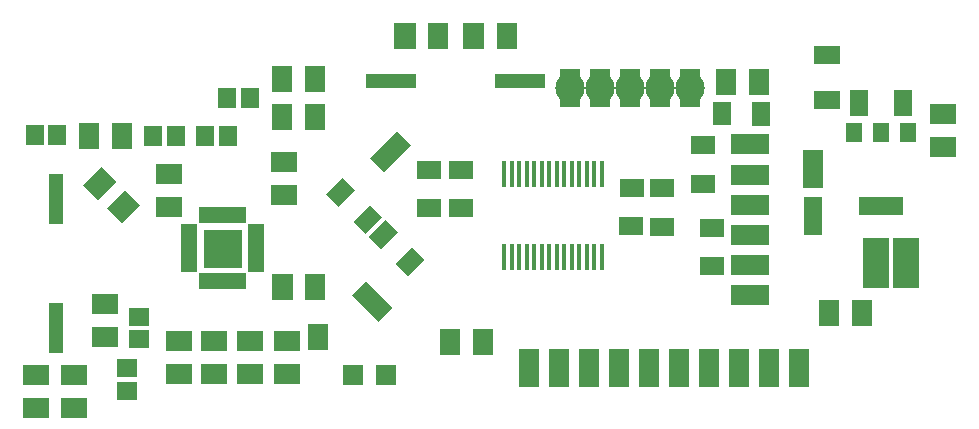
<source format=gbr>
%FSLAX34Y34*%
%MOMM*%
%LNSOLDERMASK_BOTTOM*%
G71*
G01*
%ADD10R, 3.20X3.20*%
%ADD11R, 1.40X0.52*%
%ADD12R, 0.52X1.40*%
%ADD13R, 2.20X1.80*%
%ADD14R, 1.80X2.20*%
%ADD15R, 1.80X1.50*%
%ADD16R, 1.50X1.80*%
%ADD17R, 0.42X2.20*%
%ADD18R, 3.20X1.70*%
%ADD19C, 1.60*%
%ADD20R, 2.00X1.50*%
%ADD21R, 1.70X3.20*%
%ADD22C, 2.50*%
%ADD23R, 1.80X1.80*%
%ADD24R, 1.20X4.20*%
%ADD25R, 3.70X1.60*%
%ADD26R, 1.50X2.20*%
%ADD27R, 2.20X1.50*%
%ADD28R, 1.60X3.20*%
%ADD29R, 2.20X4.20*%
%LPD*%
X170612Y735714D02*
G54D10*
D03*
X141449Y718775D02*
G54D11*
D03*
X141449Y723775D02*
G54D11*
D03*
X141449Y728775D02*
G54D11*
D03*
X141449Y733775D02*
G54D11*
D03*
X141449Y738775D02*
G54D11*
D03*
X141449Y743775D02*
G54D11*
D03*
X141449Y748775D02*
G54D11*
D03*
X141449Y753775D02*
G54D11*
D03*
X152768Y764400D02*
G54D12*
D03*
X157768Y764400D02*
G54D12*
D03*
X162768Y764400D02*
G54D12*
D03*
X167768Y764400D02*
G54D12*
D03*
X172768Y764400D02*
G54D12*
D03*
X177768Y764400D02*
G54D12*
D03*
X182768Y764400D02*
G54D12*
D03*
X187768Y764399D02*
G54D12*
D03*
X198393Y753775D02*
G54D11*
D03*
X198393Y748775D02*
G54D11*
D03*
X198393Y743775D02*
G54D11*
D03*
X198393Y738775D02*
G54D11*
D03*
X198393Y733775D02*
G54D11*
D03*
X198393Y728775D02*
G54D11*
D03*
X198393Y723774D02*
G54D11*
D03*
X198393Y718774D02*
G54D11*
D03*
X187768Y708150D02*
G54D12*
D03*
X182768Y708150D02*
G54D12*
D03*
X177768Y708150D02*
G54D12*
D03*
X172768Y708150D02*
G54D12*
D03*
X167768Y708150D02*
G54D12*
D03*
X162768Y708150D02*
G54D12*
D03*
X157768Y708150D02*
G54D12*
D03*
X152768Y708150D02*
G54D12*
D03*
X133036Y657316D02*
G54D13*
D03*
X133036Y629316D02*
G54D13*
D03*
X133040Y629318D02*
G54D13*
D03*
X162405Y657316D02*
G54D13*
D03*
X162405Y629316D02*
G54D13*
D03*
X162404Y629316D02*
G54D13*
D03*
X193361Y657316D02*
G54D13*
D03*
X193361Y629316D02*
G54D13*
D03*
X193358Y629315D02*
G54D13*
D03*
G36*
X242011Y672285D02*
X259011Y672285D01*
X259011Y650285D01*
X242011Y650285D01*
X242011Y672285D01*
G37*
G36*
X211636Y714641D02*
X229636Y714641D01*
X229636Y692641D01*
X211636Y692641D01*
X211636Y714641D01*
G37*
X248636Y703641D02*
G54D14*
D03*
X99684Y659280D02*
G54D15*
D03*
X99684Y678280D02*
G54D15*
D03*
X89578Y615415D02*
G54D15*
D03*
X89578Y634415D02*
G54D15*
D03*
X70634Y660882D02*
G54D13*
D03*
X70634Y688882D02*
G54D13*
D03*
X125098Y798822D02*
G54D13*
D03*
X125098Y770822D02*
G54D13*
D03*
G36*
X84768Y757209D02*
X72040Y769937D01*
X87597Y785493D01*
X100324Y772765D01*
X84768Y757209D01*
G37*
G36*
X64969Y777008D02*
X52241Y789736D01*
X67797Y805292D01*
X80525Y792564D01*
X64969Y777008D01*
G37*
G36*
X67806Y805290D02*
X80534Y792562D01*
X64978Y777006D01*
X52250Y789734D01*
X67806Y805290D01*
G37*
X174266Y831432D02*
G54D16*
D03*
X155266Y831432D02*
G54D16*
D03*
X130242Y831402D02*
G54D16*
D03*
X111242Y831402D02*
G54D16*
D03*
X56568Y831391D02*
G54D14*
D03*
X84568Y831391D02*
G54D14*
D03*
X193214Y863727D02*
G54D16*
D03*
X174214Y863727D02*
G54D16*
D03*
X248666Y847239D02*
G54D14*
D03*
X220666Y847239D02*
G54D14*
D03*
X248666Y879783D02*
G54D14*
D03*
X220666Y879783D02*
G54D14*
D03*
X248670Y847238D02*
G54D14*
D03*
X248670Y879788D02*
G54D14*
D03*
X222241Y809532D02*
G54D13*
D03*
X222242Y781532D02*
G54D13*
D03*
X224318Y657316D02*
G54D13*
D03*
X224318Y629317D02*
G54D13*
D03*
X222250Y809528D02*
G54D13*
D03*
X248640Y703638D02*
G54D14*
D03*
X491095Y729077D02*
G54D17*
D03*
X484745Y729077D02*
G54D17*
D03*
X478396Y729077D02*
G54D17*
D03*
X472045Y729077D02*
G54D17*
D03*
X465695Y729077D02*
G54D17*
D03*
X459346Y729077D02*
G54D17*
D03*
X452995Y729077D02*
G54D17*
D03*
X446645Y729077D02*
G54D17*
D03*
X440295Y729077D02*
G54D17*
D03*
X433945Y729077D02*
G54D17*
D03*
X427595Y729077D02*
G54D17*
D03*
X421246Y729077D02*
G54D17*
D03*
X414895Y729077D02*
G54D17*
D03*
X408546Y729077D02*
G54D17*
D03*
X491096Y798927D02*
G54D17*
D03*
X484745Y798927D02*
G54D17*
D03*
X478396Y798927D02*
G54D17*
D03*
X472046Y798927D02*
G54D17*
D03*
X465695Y798927D02*
G54D17*
D03*
X459345Y798927D02*
G54D17*
D03*
X452995Y798927D02*
G54D17*
D03*
X446645Y798927D02*
G54D17*
D03*
X440296Y798927D02*
G54D17*
D03*
X433945Y798927D02*
G54D17*
D03*
X427595Y798927D02*
G54D17*
D03*
X421246Y798927D02*
G54D17*
D03*
X414895Y798927D02*
G54D17*
D03*
X408546Y798927D02*
G54D17*
D03*
X616893Y824558D02*
G54D18*
D03*
X616894Y798364D02*
G54D18*
D03*
G36*
X600890Y781462D02*
X632890Y781462D01*
X632890Y764462D01*
X600890Y764462D01*
X600890Y781462D01*
G37*
X616894Y747564D02*
G54D18*
D03*
X616894Y722164D02*
G54D18*
D03*
G36*
X600893Y705264D02*
X632893Y705264D01*
X632893Y688264D01*
X600893Y688264D01*
X600893Y705264D01*
G37*
X616460Y823988D02*
G54D19*
D03*
X616460Y798588D02*
G54D19*
D03*
X616460Y773188D02*
G54D19*
D03*
X616460Y747788D02*
G54D19*
D03*
X616460Y722388D02*
G54D19*
D03*
X616460Y696988D02*
G54D19*
D03*
G36*
X291490Y883814D02*
X333490Y883814D01*
X333490Y871814D01*
X291490Y871814D01*
X291490Y883814D01*
G37*
G36*
X401028Y883720D02*
X443028Y883720D01*
X443028Y871720D01*
X401028Y871720D01*
X401028Y883720D01*
G37*
X576488Y790827D02*
G54D20*
D03*
X576588Y823327D02*
G54D20*
D03*
G36*
X585667Y860076D02*
X600667Y860076D01*
X600667Y840076D01*
X585667Y840076D01*
X585667Y860076D01*
G37*
G36*
X618167Y859976D02*
X633167Y859976D01*
X633167Y839976D01*
X618167Y839976D01*
X618167Y859976D01*
G37*
X541946Y786867D02*
G54D20*
D03*
X541846Y754367D02*
G54D20*
D03*
X429924Y634852D02*
G54D21*
D03*
X455324Y634852D02*
G54D21*
D03*
X464056Y871390D02*
G54D21*
D03*
X489456Y871390D02*
G54D21*
D03*
X514856Y871390D02*
G54D21*
D03*
X540256Y871390D02*
G54D21*
D03*
X565656Y871390D02*
G54D21*
D03*
X584809Y753529D02*
G54D20*
D03*
X584709Y721029D02*
G54D20*
D03*
X480724Y634852D02*
G54D21*
D03*
X506124Y634852D02*
G54D21*
D03*
X530731Y634852D02*
G54D21*
D03*
X556131Y634852D02*
G54D21*
D03*
X581531Y634852D02*
G54D21*
D03*
X606931Y634852D02*
G54D21*
D03*
X531525Y634852D02*
G54D21*
D03*
X556925Y634852D02*
G54D21*
D03*
X582325Y634852D02*
G54D21*
D03*
X607725Y634852D02*
G54D21*
D03*
X633125Y634852D02*
G54D21*
D03*
X658525Y634852D02*
G54D21*
D03*
X516212Y754663D02*
G54D20*
D03*
X516312Y787163D02*
G54D20*
D03*
X352620Y915568D02*
G54D14*
D03*
G36*
X315619Y926572D02*
X333619Y926572D01*
X333619Y904572D01*
X315619Y904572D01*
X315619Y926572D01*
G37*
X352619Y915572D02*
G54D14*
D03*
G36*
X373561Y926572D02*
X391561Y926573D01*
X391561Y904573D01*
X373561Y904572D01*
X373561Y926572D01*
G37*
X410561Y915573D02*
G54D14*
D03*
X382560Y915568D02*
G54D14*
D03*
X596080Y876678D02*
G54D14*
D03*
X624080Y876678D02*
G54D14*
D03*
X596080Y876682D02*
G54D14*
D03*
X711420Y680930D02*
G54D14*
D03*
X683420Y680930D02*
G54D14*
D03*
X711415Y680928D02*
G54D14*
D03*
X683415Y680928D02*
G54D14*
D03*
X480724Y634852D02*
G54D19*
D03*
X506124Y634852D02*
G54D19*
D03*
X531524Y634852D02*
G54D19*
D03*
X556924Y634852D02*
G54D19*
D03*
X582324Y634852D02*
G54D19*
D03*
X607725Y634852D02*
G54D19*
D03*
X633125Y634852D02*
G54D19*
D03*
X658525Y634852D02*
G54D19*
D03*
X429924Y634852D02*
G54D19*
D03*
X455324Y634852D02*
G54D19*
D03*
X480724Y634852D02*
G54D19*
D03*
X464056Y872183D02*
G54D22*
D03*
X489456Y872183D02*
G54D22*
D03*
X514856Y872183D02*
G54D22*
D03*
X540256Y872183D02*
G54D22*
D03*
X565656Y872183D02*
G54D22*
D03*
G36*
X291272Y708532D02*
X313899Y685904D01*
X301878Y673884D01*
X279251Y696511D01*
X291272Y708532D01*
G37*
X296575Y691208D02*
G54D19*
D03*
X250511Y661285D02*
G54D19*
D03*
G36*
X291323Y748059D02*
X280717Y758666D01*
X294859Y772808D01*
X305465Y762201D01*
X291323Y748059D01*
G37*
G36*
X268413Y771111D02*
X257806Y781717D01*
X271948Y795859D01*
X282555Y785253D01*
X268413Y771111D01*
G37*
G36*
X329773Y823511D02*
X307146Y800884D01*
X295125Y812905D01*
X317753Y835532D01*
X329773Y823511D01*
G37*
X312449Y818208D02*
G54D19*
D03*
X345186Y802496D02*
G54D20*
D03*
X345086Y769996D02*
G54D20*
D03*
X372173Y802496D02*
G54D20*
D03*
X372073Y769996D02*
G54D20*
D03*
G36*
X327041Y712340D02*
X316435Y722946D01*
X330577Y737089D01*
X341184Y726482D01*
X327041Y712340D01*
G37*
G36*
X304131Y735391D02*
X293524Y745998D01*
X307667Y760140D01*
X318273Y749533D01*
X304131Y735391D01*
G37*
X308168Y629029D02*
G54D23*
D03*
X280168Y629029D02*
G54D23*
D03*
X308168Y629029D02*
G54D23*
D03*
X362717Y656810D02*
G54D14*
D03*
X390717Y656810D02*
G54D14*
D03*
X362720Y656818D02*
G54D14*
D03*
X30300Y831606D02*
G54D16*
D03*
X11300Y831607D02*
G54D16*
D03*
X11460Y831778D02*
G54D16*
D03*
X28941Y668687D02*
G54D24*
D03*
X29035Y778225D02*
G54D24*
D03*
X44534Y600746D02*
G54D13*
D03*
X44534Y628740D02*
G54D13*
D03*
X44534Y600741D02*
G54D13*
D03*
X12387Y600746D02*
G54D13*
D03*
X12388Y628741D02*
G54D13*
D03*
X12388Y600741D02*
G54D13*
D03*
G36*
X697555Y841952D02*
X711555Y841952D01*
X711555Y825952D01*
X697555Y825952D01*
X697555Y841952D01*
G37*
G36*
X720555Y841952D02*
X734555Y841952D01*
X734555Y825952D01*
X720555Y825952D01*
X720555Y841952D01*
G37*
G36*
X743555Y841952D02*
X757555Y841952D01*
X757555Y825952D01*
X743555Y825952D01*
X743555Y841952D01*
G37*
X727555Y771952D02*
G54D25*
D03*
X727555Y771952D02*
G54D25*
D03*
X746330Y858723D02*
G54D26*
D03*
X708730Y858823D02*
G54D26*
D03*
X780266Y850132D02*
G54D13*
D03*
X780266Y822132D02*
G54D13*
D03*
X780267Y850125D02*
G54D13*
D03*
X681879Y862036D02*
G54D27*
D03*
X681979Y899636D02*
G54D27*
D03*
X681978Y899636D02*
G54D27*
D03*
X669653Y803578D02*
G54D21*
D03*
X669662Y763788D02*
G54D28*
D03*
X748585Y723557D02*
G54D29*
D03*
X723185Y723559D02*
G54D29*
D03*
X723185Y721971D02*
G54D19*
D03*
X748585Y721971D02*
G54D19*
D03*
M02*

</source>
